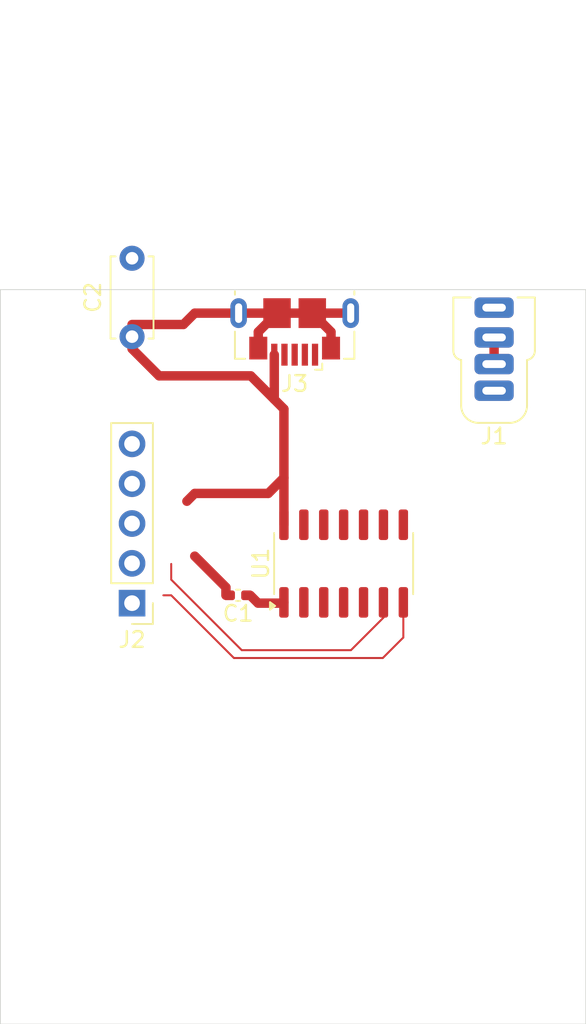
<source format=kicad_pcb>
(kicad_pcb (version 20240108) (generator "pcbnew") (generator_version "8.0")
  (layers (0 "F.Cu" signal "Front") (1 "In1.Cu" signal) (2 "In2.Cu" signal) (31 "B.Cu" signal "Back") (34 "B.Paste" user) (35 "F.Paste" user) (36 "B.SilkS" user "B.Silkscreen") (37 "F.SilkS" user "F.Silkscreen") (38 "B.Mask" user) (39 "F.Mask" user) (44 "Edge.Cuts" user))
  (net 0 "")
  (net 1 "RESET")
  (net 2 "+3V3")
  (net 3 "SCL")
  (net 4 "AIN6")
  (net 6 "AIN4")
  (net 8 "SDA")
  (net 9 "MOSI")
  (net 10 "Net-(U1-VCC)")
  (net 11 "MISO")
  (net 12 "BLE_RX")
  (net 13 "BLE_TX")
  (net 14 "GND")
  (net 15 "DIG")
  (net 18 "Net-(J3-Shield)")
  (net 21 "5V")
  (footprint "Connector_Audio:Plug_3.5mm_CUI_SP-3541" (layer "F.Cu") (at 160.6 42.15)
    (property "Reference" "J1" (at 0 8.2 0) (layer "F.SilkS"))
    (property "Value" "AudioPlug2")
    (fp_line (start -2.6 -0.65) (end -1.5 -0.65) (stroke (width 0.12)) (layer "F.SilkS"))
    (fp_line (start -2.6 2.75) (end -2.6 -0.65) (stroke (width 0.12)) (layer "F.SilkS"))
    (fp_line (start -2.1 6.25) (end -2.1 3.341608) (stroke (width 0.12)) (layer "F.SilkS"))
    (fp_line (start 1 7.35) (end -1 7.35) (stroke (width 0.12)) (layer "F.SilkS"))
    (fp_line (start 1.5 -0.65) (end 2.6 -0.65) (stroke (width 0.12)) (layer "F.SilkS"))
    (fp_line (start 2.1 3.341608) (end 2.1 6.25) (stroke (width 0.12)) (layer "F.SilkS"))
    (fp_line (start 2.6 -0.65) (end 2.6 2.75) (stroke (width 0.12)) (layer "F.SilkS"))
    (fp_arc (start -2.1 3.341608) (mid -2.458258 3.137298) (end -2.6 2.75) (stroke (width 0.12)) (layer "F.SilkS"))
    (fp_arc (start -1 7.35) (mid -1.777817 7.027817) (end -2.1 6.25) (stroke (width 0.12)) (layer "F.SilkS"))
    (fp_arc (start 2.1 6.25) (mid 1.777817 7.027817) (end 1 7.35) (stroke (width 0.12)) (layer "F.SilkS"))
    (fp_arc (start 2.6 2.75) (mid 2.458258 3.137298) (end 2.1 3.341608) (stroke (width 0.12)) (layer "F.SilkS"))
    (pad "R1" thru_hole roundrect (at 0 3.6) (size 2.5 1.3) (drill oval 1.5 0.5) (layers "*.Cu" "*.Mask"))
    (pad "R2" thru_hole roundrect (at 0 1.9) (size 2.5 1.3) (drill oval 1.5 0.5) (layers "*.Cu" "*.Mask"))
    (pad "S" thru_hole roundrect (at 0 0) (size 2.5 1.3) (drill oval 1.5 0.5) (layers "*.Cu" "*.Mask"))
    (pad "T" thru_hole roundrect (at 0 5.3) (size 2.5 1.3) (drill oval 1.5 0.5) (layers "*.Cu" "*.Mask"))
  )
  (footprint "Connector_PinHeader_2.54mm:PinHeader_1x05_P2.54mm_Vertical" (layer "F.Cu") (at 137.5 61 180)
    (property "Reference" "J2" (at 0 -2.33 180) (layer "F.SilkS"))
    (property "Value" "BLE HC-08")
    (fp_line (start 1.33 1.27) (end 1.33 11.49) (stroke (width 0.12)) (layer "F.SilkS"))
    (fp_line (start -1.33 11.49) (end 1.33 11.49) (stroke (width 0.12)) (layer "F.SilkS"))
    (fp_line (start -1.33 1.27) (end 1.33 1.27) (stroke (width 0.12)) (layer "F.SilkS"))
    (fp_line (start -1.33 1.27) (end -1.33 11.49) (stroke (width 0.12)) (layer "F.SilkS"))
    (fp_line (start -1.33 0) (end -1.33 -1.33) (stroke (width 0.12)) (layer "F.SilkS"))
    (fp_line (start -1.33 -1.33) (end 0 -1.33) (stroke (width 0.12)) (layer "F.SilkS"))
    (pad "1" thru_hole rect (at 0 0 180) (size 1.7 1.7) (drill 1) (layers "*.Cu" "*.Mask") (net 14 "GND"))
    (pad "2" thru_hole oval (at 0 2.54 180) (size 1.7 1.7) (drill 1) (layers "*.Cu" "*.Mask") (net 2 "+3V3"))
    (pad "3" thru_hole oval (at 0 5.08 180) (size 1.7 1.7) (drill 1) (layers "*.Cu" "*.Mask") (net 12 "BLE_RX"))
    (pad "4" thru_hole oval (at 0 7.62 180) (size 1.7 1.7) (drill 1) (layers "*.Cu" "*.Mask") (net 13 "BLE_TX"))
    (pad "5" thru_hole oval (at 0 10.16 180) (size 1.7 1.7) (drill 1) (layers "*.Cu" "*.Mask") (net 15 "DIG"))
  )
  (footprint "Capacitor_THT:C_Disc_D5.0mm_W2.5mm_P5.00mm" (layer "F.Cu") (at 137.5 44 90)
    (property "Reference" "C2" (at 2.5 -2.5 90) (layer "F.SilkS"))
    (property "Value" "100n")
    (fp_line (start 5.12 -1.37) (end 5.12 -1.055) (stroke (width 0.12)) (layer "F.SilkS"))
    (fp_line (start -0.12 -1.37) (end 5.12 -1.37) (stroke (width 0.12)) (layer "F.SilkS"))
    (fp_line (start -0.12 -1.37) (end -0.12 -1.055) (stroke (width 0.12)) (layer "F.SilkS"))
    (fp_line (start 5.12 1.055) (end 5.12 1.37) (stroke (width 0.12)) (layer "F.SilkS"))
    (fp_line (start -0.12 1.055) (end -0.12 1.37) (stroke (width 0.12)) (layer "F.SilkS"))
    (fp_line (start -0.12 1.37) (end 5.12 1.37) (stroke (width 0.12)) (layer "F.SilkS"))
    (pad "1" thru_hole circle (at 0 0 90) (size 1.6 1.6) (drill 0.8) (layers "*.Cu" "*.Mask") (net 14 "GND"))
    (pad "2" thru_hole circle (at 5 0 90) (size 1.6 1.6) (drill 0.8) (layers "*.Cu" "*.Mask") (net 18 "Net-(J3-Shield)"))
  )
  (footprint "Capacitor_SMD:C_0402_1005Metric_Pad0.74x0.62mm_HandSolder" (layer "F.Cu") (at 144.265 60.5 180)
    (property "Reference" "C1" (at 0 -1.16 180) (layer "F.SilkS"))
    (property "Value" "10n")
    (fp_line (start -0.115835 0.36) (end 0.115835 0.36) (stroke (width 0.12)) (layer "F.SilkS"))
    (fp_line (start -0.115835 -0.36) (end 0.115835 -0.36) (stroke (width 0.12)) (layer "F.SilkS"))
    (pad "1" smd roundrect (at -0.5675 0 180) (size 0.735 0.62) (layers "F.Cu" "F.Paste" "F.Mask") (net 10 "Net-(U1-VCC)"))
    (pad "2" smd roundrect (at 0.5675 0 180) (size 0.735 0.62) (layers "F.Cu" "F.Paste" "F.Mask") (net 2 "+3V3"))
  )
  (footprint "Package_SO:SOIC-14_3.9x8.7mm_P1.27mm" (layer "F.Cu") (at 151 58.475 90)
    (property "Reference" "U1" (at 0 -5.28 -90) (layer "F.SilkS"))
    (property "Value" "ATtiny814-SS")
    (fp_line (start 0 -4.435) (end 1.95 -4.435) (stroke (width 0.12)) (layer "F.SilkS"))
    (fp_line (start 0 -4.435) (end -1.95 -4.435) (stroke (width 0.12)) (layer "F.SilkS"))
    (fp_line (start 0 4.435) (end 1.95 4.435) (stroke (width 0.12)) (layer "F.SilkS"))
    (fp_line (start 0 4.435) (end -1.95 4.435) (stroke (width 0.12)) (layer "F.SilkS"))
    (fp_poly (pts (xy -2.7 -4.37) (xy -2.94 -4.7) (xy -2.46 -4.7) (xy -2.7 -4.37)) (stroke (width 0.12)) (fill solid) (layer "F.SilkS"))
    (pad "1" smd roundrect (at -2.475 -3.81 90) (size 1.95 0.6) (layers "F.Cu" "F.Paste" "F.Mask") (net 10 "Net-(U1-VCC)"))
    (pad "2" smd roundrect (at -2.475 -2.54 90) (size 1.95 0.6) (layers "F.Cu" "F.Paste" "F.Mask") (net 6 "AIN4"))
    (pad "3" smd roundrect (at -2.475 -1.27 90) (size 1.95 0.6) (layers "F.Cu" "F.Paste" "F.Mask"))
    (pad "4" smd roundrect (at -2.475 0 90) (size 1.95 0.6) (layers "F.Cu" "F.Paste" "F.Mask") (net 4 "AIN6"))
    (pad "5" smd roundrect (at -2.475 1.27 90) (size 1.95 0.6) (layers "F.Cu" "F.Paste" "F.Mask") (net 15 "DIG"))
    (pad "6" smd roundrect (at -2.475 2.54 90) (size 1.95 0.6) (layers "F.Cu" "F.Paste" "F.Mask") (net 13 "BLE_TX"))
    (pad "7" smd roundrect (at -2.475 3.81 90) (size 1.95 0.6) (layers "F.Cu" "F.Paste" "F.Mask") (net 12 "BLE_RX"))
    (pad "8" smd roundrect (at 2.475 3.81 90) (size 1.95 0.6) (layers "F.Cu" "F.Paste" "F.Mask") (net 8 "SDA"))
    (pad "9" smd roundrect (at 2.475 2.54 90) (size 1.95 0.6) (layers "F.Cu" "F.Paste" "F.Mask") (net 3 "SCL"))
    (pad "10" smd roundrect (at 2.475 1.27 90) (size 1.95 0.6) (layers "F.Cu" "F.Paste" "F.Mask") (net 1 "RESET"))
    (pad "11" smd roundrect (at 2.475 0 90) (size 1.95 0.6) (layers "F.Cu" "F.Paste" "F.Mask") (net 9 "MOSI"))
    (pad "12" smd roundrect (at 2.475 -1.27 90) (size 1.95 0.6) (layers "F.Cu" "F.Paste" "F.Mask") (net 11 "MISO"))
    (pad "13" smd roundrect (at 2.475 -2.54 90) (size 1.95 0.6) (layers "F.Cu" "F.Paste" "F.Mask"))
    (pad "14" smd roundrect (at 2.475 -3.81 90) (size 1.95 0.6) (layers "F.Cu" "F.Paste" "F.Mask") (net 14 "GND"))
  )
  (footprint "Connector_USB:USB_Micro-B_GCT_USB3076-30-A" (layer "F.Cu") (at 147.875 43.7 180)
    (property "Reference" "J3" (at 0 -3.3 180) (layer "F.SilkS"))
    (property "Value" "USB_B_Micro")
    (fp_line (start 3.81 2.59) (end 3.81 2.38) (stroke (width 0.12)) (layer "F.SilkS"))
    (fp_line (start 3.81 0.02) (end 3.81 -1.71) (stroke (width 0.12)) (layer "F.SilkS"))
    (fp_line (start 3.81 -1.71) (end 3.16 -1.71) (stroke (width 0.12)) (layer "F.SilkS"))
    (fp_line (start -1.76 -2.41) (end -1.31 -2.41) (stroke (width 0.12)) (layer "F.SilkS"))
    (fp_line (start -1.76 -2.41) (end -1.76 -2.02) (stroke (width 0.12)) (layer "F.SilkS"))
    (fp_line (start -3.81 2.59) (end -3.81 2.38) (stroke (width 0.12)) (layer "F.SilkS"))
    (fp_line (start -3.81 0.02) (end -3.81 -1.71) (stroke (width 0.12)) (layer "F.SilkS"))
    (fp_line (start -3.81 -1.71) (end -3.15 -1.71) (stroke (width 0.12)) (layer "F.SilkS"))
    (pad "1" smd rect (at -1.3 -1.45 180) (size 0.4 1.4) (layers "F.Cu" "F.Paste" "F.Mask") (net 21 "5V"))
    (pad "2" smd rect (at -0.65 -1.45 180) (size 0.4 1.4) (layers "F.Cu" "F.Paste" "F.Mask"))
    (pad "3" smd rect (at 0 -1.45 180) (size 0.4 1.4) (layers "F.Cu" "F.Paste" "F.Mask"))
    (pad "4" smd rect (at 0.65 -1.45 180) (size 0.4 1.4) (layers "F.Cu" "F.Paste" "F.Mask") (net 14 "GND"))
    (pad "5" smd rect (at 1.3 -1.45 180) (size 0.4 1.4) (layers "F.Cu" "F.Paste" "F.Mask") (net 14 "GND"))
    (pad "6" thru_hole oval (at -3.575 1.2) (size 1.05 1.9) (drill oval 0.45 1.25) (layers "*.Cu" "*.Mask") (net 18 "Net-(J3-Shield)"))
    (pad "6" smd rect (at -2.32 -1.03 180) (size 1.15 1.45) (layers "F.Cu" "F.Paste" "F.Mask") (net 18 "Net-(J3-Shield)"))
    (pad "6" smd rect (at -1.125 1.2 180) (size 1.75 1.9) (layers "F.Cu" "F.Paste" "F.Mask") (net 18 "Net-(J3-Shield)"))
    (pad "6" smd rect (at 1.125 1.2 180) (size 1.75 1.9) (layers "F.Cu" "F.Paste" "F.Mask") (net 18 "Net-(J3-Shield)"))
    (pad "6" smd rect (at 2.32 -1.03 180) (size 1.15 1.45) (layers "F.Cu" "F.Paste" "F.Mask") (net 18 "Net-(J3-Shield)"))
    (pad "6" thru_hole oval (at 3.575 1.2 180) (size 1.05 1.9) (drill oval 0.45 1.25) (layers "*.Cu" "*.Mask") (net 18 "Net-(J3-Shield)"))
  )
  (gr_rect (start 129.1 41) (end 166.45 87.85) (stroke (width 0.05)) (fill none) (layer "Edge.Cuts"))
  (segment (start 160.6 45.75) (end 160.6 44.05) (width 0.6) (layer "F.Cu") (net 0))
  (segment (start 143.49 59.99) (end 143.49 60.5) (width 0.6) (layer "F.Cu") (net 2))
  (segment (start 141.5 58) (end 143.49 59.99) (width 0.6) (layer "F.Cu") (net 2))
  (segment (start 145.04 60.5) (end 145.54 61) (width 0.6) (layer "F.Cu") (net 10))
  (segment (start 147.14 61) (end 147.19 60.95) (width 0.6) (layer "F.Cu") (net 10))
  (segment (start 145.54 61) (end 147.14 61) (width 0.6) (layer "F.Cu") (net 10))
  (segment (start 153.5 64.5) (end 154.81 63.19) (width 0.127) (layer "F.Cu") (net 12))
  (segment (start 139.5 60.5) (end 140 60.5) (width 0.127) (layer "F.Cu") (net 12))
  (segment (start 144 64.5) (end 153.5 64.5) (width 0.127) (layer "F.Cu") (net 12))
  (segment (start 154.81 63.19) (end 154.81 60.95) (width 0.127) (layer "F.Cu") (net 12))
  (segment (start 140 60.5) (end 144 64.5) (width 0.127) (layer "F.Cu") (net 12))
  (segment (start 153.54 60.95) (end 153.54 61.924999) (width 0.127) (layer "F.Cu") (net 13))
  (segment (start 144.5 64) (end 140 59.5) (width 0.127) (layer "F.Cu") (net 13))
  (segment (start 140 59.5) (end 140 58.5) (width 0.127) (layer "F.Cu") (net 13))
  (segment (start 153.54 61.924999) (end 151.464999 64) (width 0.127) (layer "F.Cu") (net 13))
  (segment (start 151.464999 64) (end 144.5 64) (width 0.127) (layer "F.Cu") (net 13))
  (segment (start 146.19 54) (end 147.19 53) (width 0.6) (layer "F.Cu") (net 14))
  (segment (start 137.5 44.775) (end 139.225 46.5) (width 0.6) (layer "F.Cu") (net 14))
  (segment (start 141.5 54) (end 146.19 54) (width 0.6) (layer "F.Cu") (net 14))
  (segment (start 147.19 53) (end 147.19 48.615) (width 0.6) (layer "F.Cu") (net 14))
  (segment (start 145.075 46.5) (end 146.575 48) (width 0.6) (layer "F.Cu") (net 14))
  (segment (start 147.19 48.615) (end 146.575 48) (width 0.6) (layer "F.Cu") (net 14))
  (segment (start 146.575 48) (end 146.575 45.15) (width 0.6) (layer "F.Cu") (net 14))
  (segment (start 147.19 56) (end 147.19 53) (width 0.6) (layer "F.Cu") (net 14))
  (segment (start 139.225 46.5) (end 145.075 46.5) (width 0.6) (layer "F.Cu") (net 14))
  (segment (start 141 54.5) (end 141.5 54) (width 0.6) (layer "F.Cu") (net 14))
  (segment (start 150.195 43.695) (end 149 42.5) (width 0.6) (layer "F.Cu") (net 18))
  (segment (start 150.195 44.73) (end 150.195 43.695) (width 0.6) (layer "F.Cu") (net 18))
  (segment (start 145.555 43.695) (end 146.75 42.5) (width 0.6) (layer "F.Cu") (net 18))
  (segment (start 151.45 42.5) (end 149 42.5) (width 0.6) (layer "F.Cu") (net 18))
  (segment (start 145.555 44.73) (end 145.555 43.695) (width 0.6) (layer "F.Cu") (net 18))
  (segment (start 141.5 42.5) (end 140.775 43.225) (width 0.6) (layer "F.Cu") (net 18))
  (segment (start 144.3 42.5) (end 141.5 42.5) (width 0.6) (layer "F.Cu") (net 18))
  (segment (start 146.75 42.5) (end 149 42.5) (width 0.6) (layer "F.Cu") (net 18))
  (segment (start 140.775 43.225) (end 137.5 43.225) (width 0.6) (layer "F.Cu") (net 18))
  (segment (start 146.75 42.5) (end 144.3 42.5) (width 0.6) (layer "F.Cu") (net 18))
)
</source>
